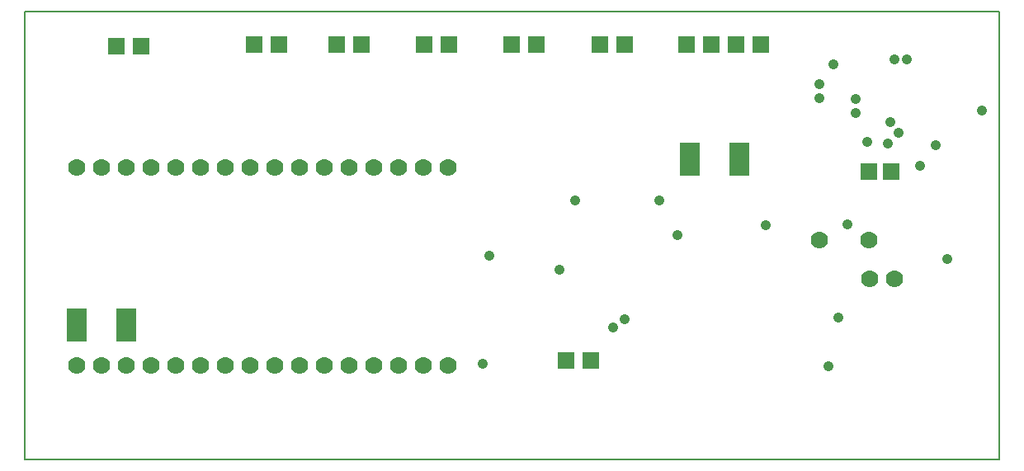
<source format=gbr>
%FSLAX23Y23*%
%MOIN*%
G04 EasyPC Gerber Version 12.0.1 Build 2704 *
%ADD113R,0.08000X0.13600*%
%ADD111R,0.07000X0.07000*%
%ADD12C,0.00500*%
%ADD115C,0.04189*%
%ADD74C,0.04200*%
%ADD107C,0.07000*%
%ADD108R,0.07000X0.06500*%
X0Y0D02*
D02*
D12*
X3979Y3D02*
X44D01*
Y1811*
X3979*
Y3*
D02*
D74*
X3910Y1413D03*
X3290Y380D03*
X2203Y768D03*
D02*
D107*
X3557Y733D03*
X3457D03*
X3452Y890D03*
X3252D03*
X1753Y382D03*
Y1182D03*
X1653Y382D03*
Y1182D03*
X1553Y382D03*
Y1182D03*
X1453Y382D03*
Y1182D03*
X1353Y382D03*
Y1182D03*
X1252Y382D03*
Y1182D03*
X1153Y382D03*
Y1182D03*
X1053Y382D03*
Y1182D03*
X953Y382D03*
Y1182D03*
X853Y382D03*
Y1182D03*
X753Y382D03*
Y1182D03*
X653Y382D03*
Y1182D03*
X553Y382D03*
Y1182D03*
X453Y382D03*
Y1182D03*
X353Y382D03*
Y1182D03*
X253Y382D03*
Y1182D03*
D02*
D108*
X3543Y1166D03*
X3453D03*
D02*
D111*
X3015Y1678D03*
X2915D03*
X2815D03*
X2715D03*
X2466D03*
X2366D03*
X2331Y403D03*
X2231D03*
X2111Y1678D03*
X2011D03*
X1757D03*
X1657D03*
X1403D03*
X1303D03*
X1068D03*
X968D03*
X512Y1673D03*
X412D03*
D02*
D113*
X2928Y1215D03*
X2728D03*
X453Y546D03*
X253D03*
D02*
D115*
X3768Y812D03*
X3723Y1272D03*
X3660Y1189D03*
X3606Y1619D03*
X3573Y1323D03*
X3557Y1618D03*
X3538Y1366D03*
X3530Y1280D03*
X3447Y1284D03*
X3400Y1402D03*
Y1457D03*
X3365Y953D03*
X3330Y575D03*
X3311Y1599D03*
X3252Y1461D03*
Y1520D03*
X3035Y949D03*
X2681Y910D03*
X2607Y1048D03*
X2467Y567D03*
X2420Y536D03*
X2267Y1048D03*
X1918Y826D03*
X1893Y388D03*
X0Y0D02*
M02*

</source>
